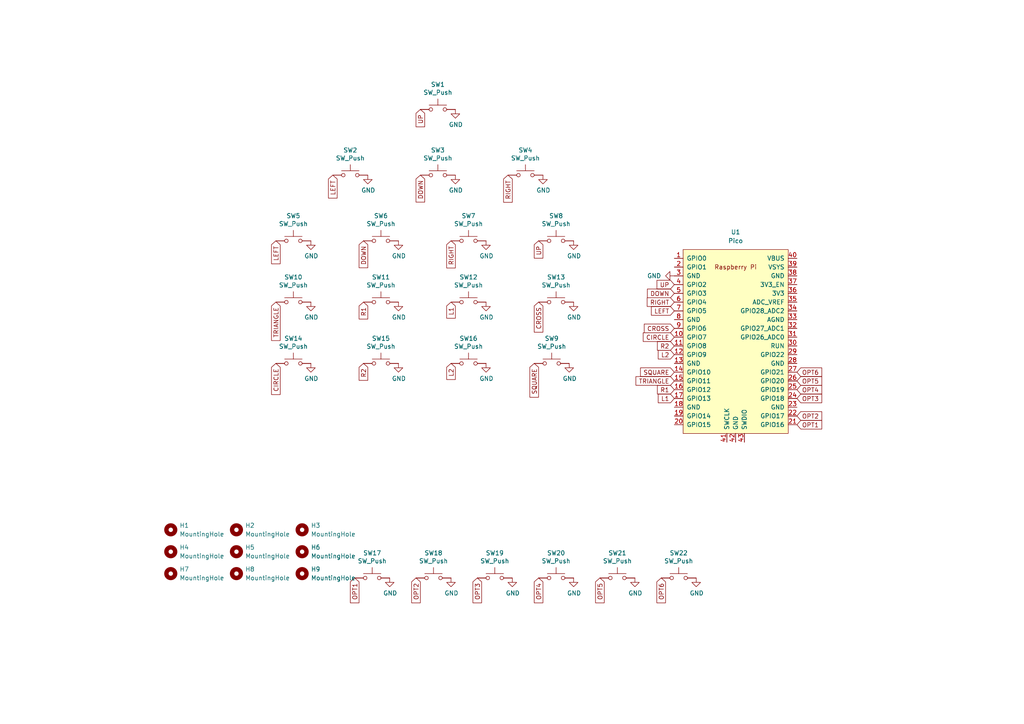
<source format=kicad_sch>
(kicad_sch (version 20211123) (generator eeschema)
  (paper "A4")
  (lib_symbols
    (symbol "MCU_RaspberryPi_and_Boards:Pico" (pin_names (offset 1.016))
      (property "Reference" "U" (at -13.97 27.94 0))
      (property "Value" "Pico" (at 0 19.05 0))
      (symbol "Pico_0_0"
        (text "Raspberry Pi" (at 0 21.59 0) (effects (font (size 1.27 1.27))))
      )
      (symbol "Pico_0_1"
        (rectangle (start -15.24 26.67) (end 15.24 -26.67) (fill (type background)))
      )
      (symbol "Pico_1_1"
        (pin bidirectional line (at -17.78 24.13 0) (length 2.54) (name "GPIO0") (number "1"))
        (pin bidirectional line (at -17.78 1.27 0) (length 2.54) (name "GPIO7") (number "10"))
        (pin bidirectional line (at -17.78 -1.27 0) (length 2.54) (name "GPIO8") (number "11"))
        (pin bidirectional line (at -17.78 -3.81 0) (length 2.54) (name "GPIO9") (number "12"))
        (pin power_in line (at -17.78 -6.35 0) (length 2.54) (name "GND") (number "13"))
        (pin bidirectional line (at -17.78 -8.89 0) (length 2.54) (name "GPIO10") (number "14"))
        (pin bidirectional line (at -17.78 -11.43 0) (length 2.54) (name "GPIO11") (number "15"))
        (pin bidirectional line (at -17.78 -13.97 0) (length 2.54) (name "GPIO12") (number "16"))
        (pin bidirectional line (at -17.78 -16.51 0) (length 2.54) (name "GPIO13") (number "17"))
        (pin power_in line (at -17.78 -19.05 0) (length 2.54) (name "GND") (number "18"))
        (pin bidirectional line (at -17.78 -21.59 0) (length 2.54) (name "GPIO14") (number "19"))
        (pin bidirectional line (at -17.78 21.59 0) (length 2.54) (name "GPIO1") (number "2"))
        (pin bidirectional line (at -17.78 -24.13 0) (length 2.54) (name "GPIO15") (number "20"))
        (pin bidirectional line (at 17.78 -24.13 180) (length 2.54) (name "GPIO16") (number "21"))
        (pin bidirectional line (at 17.78 -21.59 180) (length 2.54) (name "GPIO17") (number "22"))
        (pin power_in line (at 17.78 -19.05 180) (length 2.54) (name "GND") (number "23"))
        (pin bidirectional line (at 17.78 -16.51 180) (length 2.54) (name "GPIO18") (number "24"))
        (pin bidirectional line (at 17.78 -13.97 180) (length 2.54) (name "GPIO19") (number "25"))
        (pin bidirectional line (at 17.78 -11.43 180) (length 2.54) (name "GPIO20") (number "26"))
        (pin bidirectional line (at 17.78 -8.89 180) (length 2.54) (name "GPIO21") (number "27"))
        (pin power_in line (at 17.78 -6.35 180) (length 2.54) (name "GND") (number "28"))
        (pin bidirectional line (at 17.78 -3.81 180) (length 2.54) (name "GPIO22") (number "29"))
        (pin power_in line (at -17.78 19.05 0) (length 2.54) (name "GND") (number "3"))
        (pin input line (at 17.78 -1.27 180) (length 2.54) (name "RUN") (number "30"))
        (pin bidirectional line (at 17.78 1.27 180) (length 2.54) (name "GPIO26_ADC0") (number "31"))
        (pin bidirectional line (at 17.78 3.81 180) (length 2.54) (name "GPIO27_ADC1") (number "32"))
        (pin power_in line (at 17.78 6.35 180) (length 2.54) (name "AGND") (number "33"))
        (pin bidirectional line (at 17.78 8.89 180) (length 2.54) (name "GPIO28_ADC2") (number "34"))
        (pin unspecified line (at 17.78 11.43 180) (length 2.54) (name "ADC_VREF") (number "35"))
        (pin unspecified line (at 17.78 13.97 180) (length 2.54) (name "3V3") (number "36"))
        (pin input line (at 17.78 16.51 180) (length 2.54) (name "3V3_EN") (number "37"))
        (pin bidirectional line (at 17.78 19.05 180) (length 2.54) (name "GND") (number "38"))
        (pin unspecified line (at 17.78 21.59 180) (length 2.54) (name "VSYS") (number "39"))
        (pin bidirectional line (at -17.78 16.51 0) (length 2.54) (name "GPIO2") (number "4"))
        (pin unspecified line (at 17.78 24.13 180) (length 2.54) (name "VBUS") (number "40"))
        (pin input line (at -2.54 -29.21 90) (length 2.54) (name "SWCLK") (number "41"))
        (pin power_in line (at 0 -29.21 90) (length 2.54) (name "GND") (number "42"))
        (pin bidirectional line (at 2.54 -29.21 90) (length 2.54) (name "SWDIO") (number "43"))
        (pin bidirectional line (at -17.78 13.97 0) (length 2.54) (name "GPIO3") (number "5"))
        (pin bidirectional line (at -17.78 11.43 0) (length 2.54) (name "GPIO4") (number "6"))
        (pin bidirectional line (at -17.78 8.89 0) (length 2.54) (name "GPIO5") (number "7"))
        (pin power_in line (at -17.78 6.35 0) (length 2.54) (name "GND") (number "8"))
        (pin bidirectional line (at -17.78 3.81 0) (length 2.54) (name "GPIO6") (number "9"))
      )
    )
    (symbol "Mechanical:MountingHole" (pin_names (offset 1.016))
      (property "Reference" "H" (at 0 5.08 0))
      (property "Value" "MountingHole" (at 0 3.175 0))
      (symbol "MountingHole_0_1"
        (circle (center 0 0) (radius 1.27) (stroke (width 1.27)))
      )
    )
    (symbol "Switch:SW_Push" (pin_numbers hide) (pin_names (offset 1.016) hide)
      (property "Reference" "SW" (at 1.27 2.54 0))
      (property "Value" "SW_Push" (at 0 -1.524 0))
      (symbol "SW_Push_0_1"
        (circle (center -2.032 0) (radius 0.508))
        (polyline (pts (xy 0 1.27) (xy 0 3.048)))
        (polyline (pts (xy 2.54 1.27) (xy -2.54 1.27)))
        (circle (center 2.032 0) (radius 0.508))
        (pin passive line (at -5.08 0 0) (length 2.54) (name "1") (number "1"))
        (pin passive line (at 5.08 0 180) (length 2.54) (name "2") (number "2"))
      )
    )
    (symbol "power:GND" (power) (pin_names (offset 0))
      (property "Value" "GND" (at 0 -3.81 0))
      (symbol "GND_0_1"
        (polyline (pts (xy 0 0) (xy 0 -1.27) (xy 1.27 -1.27) (xy 0 -2.54) (xy -1.27 -1.27) (xy 0 -1.27)))
      )
      (symbol "GND_1_1"
        (pin power_in line (at 0 0 270) (length 0) hide (name "GND") (number "1"))
      )
    )
  )
  (global_label "L2" (shape input) (at 130.81 105.41 270) (property "Intersheet References" "${INTERSHEET_REFS}" (effects hide)))
  (global_label "OPT3" (shape input) (at 138.43 167.64 270) (property "Intersheet References" "${INTERSHEET_REFS}" (effects hide)))
  (global_label "SQUARE" (shape input) (at 154.94 105.41 270) (property "Intersheet References" "${INTERSHEET_REFS}" (effects hide)))
  (global_label "L1" (shape input) (at 130.81 87.63 270) (property "Intersheet References" "${INTERSHEET_REFS}" (effects hide)))
  (global_label "OPT2" (shape input) (at 120.65 167.64 270) (property "Intersheet References" "${INTERSHEET_REFS}" (effects hide)))
  (global_label "DOWN" (shape input) (at 195.58 85.09 180) (property "Intersheet References" "${INTERSHEET_REFS}" (effects hide)))
  (global_label "R1" (shape input) (at 105.41 87.63 270) (property "Intersheet References" "${INTERSHEET_REFS}" (effects hide)))
  (global_label "OPT1" (shape input) (at 102.87 167.64 270) (property "Intersheet References" "${INTERSHEET_REFS}" (effects hide)))
  (global_label "OPT4" (shape input) (at 231.14 113.03 0) (property "Intersheet References" "${INTERSHEET_REFS}" (effects hide)))
  (global_label "OPT6" (shape input) (at 191.77 167.64 270) (property "Intersheet References" "${INTERSHEET_REFS}" (effects hide)))
  (global_label "CIRCLE" (shape input) (at 195.58 97.79 180) (property "Intersheet References" "${INTERSHEET_REFS}" (effects hide)))
  (global_label "CROSS" (shape input) (at 195.58 95.25 180) (property "Intersheet References" "${INTERSHEET_REFS}" (effects hide)))
  (global_label "RIGHT" (shape input) (at 147.32 50.8 270) (property "Intersheet References" "${INTERSHEET_REFS}" (effects hide)))
  (global_label "CROSS" (shape input) (at 156.21 87.63 270) (property "Intersheet References" "${INTERSHEET_REFS}" (effects hide)))
  (global_label "RIGHT" (shape input) (at 130.81 69.85 270) (property "Intersheet References" "${INTERSHEET_REFS}" (effects hide)))
  (global_label "UP" (shape input) (at 121.92 31.75 270) (property "Intersheet References" "${INTERSHEET_REFS}" (effects hide)))
  (global_label "L1" (shape input) (at 195.58 115.57 180) (property "Intersheet References" "${INTERSHEET_REFS}" (effects hide)))
  (global_label "LEFT" (shape input) (at 195.58 90.17 180) (property "Intersheet References" "${INTERSHEET_REFS}" (effects hide)))
  (global_label "LEFT" (shape input) (at 80.01 69.85 270) (property "Intersheet References" "${INTERSHEET_REFS}" (effects hide)))
  (global_label "OPT6" (shape input) (at 231.14 107.95 0) (property "Intersheet References" "${INTERSHEET_REFS}" (effects hide)))
  (global_label "LEFT" (shape input) (at 96.52 50.8 270) (property "Intersheet References" "${INTERSHEET_REFS}" (effects hide)))
  (global_label "DOWN" (shape input) (at 105.41 69.85 270) (property "Intersheet References" "${INTERSHEET_REFS}" (effects hide)))
  (global_label "OPT5" (shape input) (at 173.99 167.64 270) (property "Intersheet References" "${INTERSHEET_REFS}" (effects hide)))
  (global_label "TRIANGLE" (shape input) (at 195.58 110.49 180) (property "Intersheet References" "${INTERSHEET_REFS}" (effects hide)))
  (global_label "R1" (shape input) (at 195.58 113.03 180) (property "Intersheet References" "${INTERSHEET_REFS}" (effects hide)))
  (global_label "UP" (shape input) (at 156.21 69.85 270) (property "Intersheet References" "${INTERSHEET_REFS}" (effects hide)))
  (global_label "RIGHT" (shape input) (at 195.58 87.63 180) (property "Intersheet References" "${INTERSHEET_REFS}" (effects hide)))
  (global_label "L2" (shape input) (at 195.58 102.87 180) (property "Intersheet References" "${INTERSHEET_REFS}" (effects hide)))
  (global_label "CIRCLE" (shape input) (at 80.01 105.41 270) (property "Intersheet References" "${INTERSHEET_REFS}" (effects hide)))
  (global_label "OPT1" (shape input) (at 231.14 123.19 0) (property "Intersheet References" "${INTERSHEET_REFS}" (effects hide)))
  (global_label "TRIANGLE" (shape input) (at 80.01 87.63 270) (property "Intersheet References" "${INTERSHEET_REFS}" (effects hide)))
  (global_label "DOWN" (shape input) (at 121.92 50.8 270) (property "Intersheet References" "${INTERSHEET_REFS}" (effects hide)))
  (global_label "OPT5" (shape input) (at 231.14 110.49 0) (property "Intersheet References" "${INTERSHEET_REFS}" (effects hide)))
  (global_label "OPT2" (shape input) (at 231.14 120.65 0) (property "Intersheet References" "${INTERSHEET_REFS}" (effects hide)))
  (global_label "OPT4" (shape input) (at 156.21 167.64 270) (property "Intersheet References" "${INTERSHEET_REFS}" (effects hide)))
  (global_label "R2" (shape input) (at 105.41 105.41 270) (property "Intersheet References" "${INTERSHEET_REFS}" (effects hide)))
  (global_label "UP" (shape input) (at 195.58 82.55 180) (property "Intersheet References" "${INTERSHEET_REFS}" (effects hide)))
  (global_label "OPT3" (shape input) (at 231.14 115.57 0) (property "Intersheet References" "${INTERSHEET_REFS}" (effects hide)))
  (global_label "R2" (shape input) (at 195.58 100.33 180) (property "Intersheet References" "${INTERSHEET_REFS}" (effects hide)))
  (global_label "SQUARE" (shape input) (at 195.58 107.95 180) (property "Intersheet References" "${INTERSHEET_REFS}" (effects hide)))
  (symbol (lib_id "Switch:SW_Push") (at 143.51 167.64 0) (unit 1)
    (property "Reference" "SW19" (at 143.51 160.401 0))
    (property "Value" "SW_Push" (at 143.51 162.7124 0))
    (property "Footprint" "Button_Switch_THT:SW_PUSH_6mm_H5mm" (effects hide))
  )
  (symbol (lib_id "Switch:SW_Push") (at 110.49 87.63 0) (unit 1)
    (property "Reference" "SW11" (at 110.49 80.391 0))
    (property "Value" "SW_Push" (at 110.49 82.7024 0))
    (property "Footprint" "kbd:CherryMX_Choc_Hotswap" (effects hide))
  )
  (symbol (lib_id "power:GND") (at 184.15 167.64 0) (unit 1)
    (property "Reference" "#PWR0116" (effects hide))
    (property "Value" "GND" (at 184.277 172.0342 0))
  )
  (symbol (lib_id "Mechanical:MountingHole") (at 49.53 166.37 0) (unit 1)
    (property "Reference" "H7" (at 52.07 165.0999 0) (effects (justify left)))
    (property "Value" "MountingHole" (at 52.07 167.6399 0) (effects (justify left)))
    (property "Footprint" "MountingHole:MountingHole_6.4mm_M6" (effects hide))
  )
  (symbol (lib_id "Switch:SW_Push") (at 135.89 105.41 0) (unit 1)
    (property "Reference" "SW16" (at 135.89 98.171 0))
    (property "Value" "SW_Push" (at 135.89 100.4824 0))
    (property "Footprint" "kbd:CherryMX_Choc_Hotswap" (effects hide))
  )
  (symbol (lib_id "Switch:SW_Push") (at 127 31.75 0) (unit 1)
    (property "Reference" "SW1" (at 127 24.511 0))
    (property "Value" "SW_Push" (at 127 26.8224 0))
    (property "Footprint" "kbd:CherryMX_Choc_Hotswap" (effects hide))
  )
  (symbol (lib_id "Switch:SW_Push") (at 161.29 69.85 0) (unit 1)
    (property "Reference" "SW8" (at 161.29 62.611 0))
    (property "Value" "SW_Push" (at 161.29 64.9224 0))
    (property "Footprint" "kbd:CherryMX_Choc_Hotswap" (effects hide))
  )
  (symbol (lib_id "Switch:SW_Push") (at 85.09 69.85 0) (unit 1)
    (property "Reference" "SW5" (at 85.09 62.611 0))
    (property "Value" "SW_Push" (at 85.09 64.9224 0))
    (property "Footprint" "kbd:CherryMX_Choc_Hotswap" (effects hide))
  )
  (symbol (lib_id "power:GND") (at 166.37 69.85 0) (unit 1)
    (property "Reference" "#PWR0112" (effects hide))
    (property "Value" "GND" (at 166.497 74.2442 0))
  )
  (symbol (lib_id "Switch:SW_Push") (at 196.85 167.64 0) (unit 1)
    (property "Reference" "SW22" (at 196.85 160.401 0))
    (property "Value" "SW_Push" (at 196.85 162.7124 0))
    (property "Footprint" "Button_Switch_THT:SW_PUSH_6mm_H5mm" (effects hide))
  )
  (symbol (lib_id "power:GND") (at 130.81 167.64 0) (unit 1)
    (property "Reference" "#PWR0117" (effects hide))
    (property "Value" "GND" (at 130.937 172.0342 0))
  )
  (symbol (lib_id "Switch:SW_Push") (at 161.29 167.64 0) (unit 1)
    (property "Reference" "SW20" (at 161.29 160.401 0))
    (property "Value" "SW_Push" (at 161.29 162.7124 0))
    (property "Footprint" "Button_Switch_THT:SW_PUSH_6mm_H5mm" (effects hide))
  )
  (symbol (lib_id "power:GND") (at 148.59 167.64 0) (unit 1)
    (property "Reference" "#PWR0118" (effects hide))
    (property "Value" "GND" (at 148.717 172.0342 0))
  )
  (symbol (lib_id "power:GND") (at 140.97 105.41 0) (unit 1)
    (property "Reference" "#PWR0123" (effects hide))
    (property "Value" "GND" (at 141.097 109.8042 0))
  )
  (symbol (lib_id "Switch:SW_Push") (at 161.29 87.63 0) (unit 1)
    (property "Reference" "SW13" (at 161.29 80.391 0))
    (property "Value" "SW_Push" (at 161.29 82.7024 0))
    (property "Footprint" "kbd:CherryMX_Choc_Hotswap" (effects hide))
  )
  (symbol (lib_id "power:GND") (at 166.37 87.63 0) (unit 1)
    (property "Reference" "#PWR0108" (effects hide))
    (property "Value" "GND" (at 166.497 92.0242 0))
  )
  (symbol (lib_id "power:GND") (at 115.57 87.63 0) (unit 1)
    (property "Reference" "#PWR0109" (effects hide))
    (property "Value" "GND" (at 115.697 92.0242 0))
  )
  (symbol (lib_id "power:GND") (at 195.58 80.01 270) (unit 1)
    (property "Reference" "#PWR0113" (effects hide))
    (property "Value" "GND" (at 191.77 80.0099 90) (effects (justify right)))
  )
  (symbol (lib_id "power:GND") (at 90.17 69.85 0) (unit 1)
    (property "Reference" "#PWR0101" (effects hide))
    (property "Value" "GND" (at 90.297 74.2442 0))
  )
  (symbol (lib_id "power:GND") (at 113.03 167.64 0) (unit 1)
    (property "Reference" "#PWR0121" (effects hide))
    (property "Value" "GND" (at 113.157 172.0342 0))
  )
  (symbol (lib_id "power:GND") (at 132.08 31.75 0) (unit 1)
    (property "Reference" "#PWR0111" (effects hide))
    (property "Value" "GND" (at 132.207 36.1442 0))
  )
  (symbol (lib_id "Mechanical:MountingHole") (at 87.63 166.37 0) (unit 1)
    (property "Reference" "H9" (at 90.17 165.0999 0) (effects (justify left)))
    (property "Value" "MountingHole" (at 90.17 167.6399 0) (effects (justify left)))
    (property "Footprint" "MountingHole:MountingHole_6.4mm_M6" (effects hide))
  )
  (symbol (lib_id "power:GND") (at 166.37 167.64 0) (unit 1)
    (property "Reference" "#PWR0114" (effects hide))
    (property "Value" "GND" (at 166.497 172.0342 0))
  )
  (symbol (lib_id "Switch:SW_Push") (at 160.02 105.41 0) (unit 1)
    (property "Reference" "SW9" (at 160.02 98.171 0))
    (property "Value" "SW_Push" (at 160.02 100.4824 0))
    (property "Footprint" "kbd:CherryMX_Choc_Hotswap" (effects hide))
  )
  (symbol (lib_id "Mechanical:MountingHole") (at 49.53 153.67 0) (unit 1)
    (property "Reference" "H1" (at 52.07 152.3999 0) (effects (justify left)))
    (property "Value" "MountingHole" (at 52.07 154.9399 0) (effects (justify left)))
    (property "Footprint" "MountingHole:MountingHole_6.4mm_M6" (effects hide))
  )
  (symbol (lib_id "Mechanical:MountingHole") (at 87.63 160.02 0) (unit 1)
    (property "Reference" "H6" (at 90.17 158.7499 0) (effects (justify left)))
    (property "Value" "MountingHole" (at 90.17 161.2899 0) (effects (justify left)))
    (property "Footprint" "MountingHole:MountingHole_6.4mm_M6" (effects hide))
  )
  (symbol (lib_id "power:GND") (at 115.57 105.41 0) (unit 1)
    (property "Reference" "#PWR0122" (effects hide))
    (property "Value" "GND" (at 115.697 109.8042 0))
  )
  (symbol (lib_id "Switch:SW_Push") (at 152.4 50.8 0) (unit 1)
    (property "Reference" "SW4" (at 152.4 43.561 0))
    (property "Value" "SW_Push" (at 152.4 45.8724 0))
    (property "Footprint" "kbd:CherryMX_Choc_Hotswap" (effects hide))
  )
  (symbol (lib_id "Switch:SW_Push") (at 110.49 69.85 0) (unit 1)
    (property "Reference" "SW6" (at 110.49 62.611 0))
    (property "Value" "SW_Push" (at 110.49 64.9224 0))
    (property "Footprint" "kbd:CherryMX_Choc_Hotswap" (effects hide))
  )
  (symbol (lib_id "Mechanical:MountingHole") (at 87.63 153.67 0) (unit 1)
    (property "Reference" "H3" (at 90.17 152.3999 0) (effects (justify left)))
    (property "Value" "MountingHole" (at 90.17 154.9399 0) (effects (justify left)))
    (property "Footprint" "MountingHole:MountingHole_6.4mm_M6" (effects hide))
  )
  (symbol (lib_id "power:GND") (at 132.08 50.8 0) (unit 1)
    (property "Reference" "#PWR0110" (effects hide))
    (property "Value" "GND" (at 132.207 55.1942 0))
  )
  (symbol (lib_id "power:GND") (at 90.17 87.63 0) (unit 1)
    (property "Reference" "#PWR0120" (effects hide))
    (property "Value" "GND" (at 90.297 92.0242 0))
  )
  (symbol (lib_id "power:GND") (at 157.48 50.8 0) (unit 1)
    (property "Reference" "#PWR0106" (effects hide))
    (property "Value" "GND" (at 157.607 55.1942 0))
  )
  (symbol (lib_id "power:GND") (at 90.17 105.41 0) (unit 1)
    (property "Reference" "#PWR0119" (effects hide))
    (property "Value" "GND" (at 90.297 109.8042 0))
  )
  (symbol (lib_id "Switch:SW_Push") (at 127 50.8 0) (unit 1)
    (property "Reference" "SW3" (at 127 43.561 0))
    (property "Value" "SW_Push" (at 127 45.8724 0))
    (property "Footprint" "kbd:CherryMX_Choc_Hotswap" (effects hide))
  )
  (symbol (lib_id "Switch:SW_Push") (at 107.95 167.64 0) (unit 1)
    (property "Reference" "SW17" (at 107.95 160.401 0))
    (property "Value" "SW_Push" (at 107.95 162.7124 0))
    (property "Footprint" "Button_Switch_THT:SW_PUSH_6mm_H5mm" (effects hide))
  )
  (symbol (lib_id "Mechanical:MountingHole") (at 49.53 160.02 0) (unit 1)
    (property "Reference" "H4" (at 52.07 158.7499 0) (effects (justify left)))
    (property "Value" "MountingHole" (at 52.07 161.2899 0) (effects (justify left)))
    (property "Footprint" "MountingHole:MountingHole_6.4mm_M6" (effects hide))
  )
  (symbol (lib_id "Switch:SW_Push") (at 85.09 105.41 0) (unit 1)
    (property "Reference" "SW14" (at 85.09 98.171 0))
    (property "Value" "SW_Push" (at 85.09 100.4824 0))
    (property "Footprint" "kbd:CherryMX_Choc_Hotswap" (effects hide))
  )
  (symbol (lib_id "Switch:SW_Push") (at 135.89 87.63 0) (unit 1)
    (property "Reference" "SW12" (at 135.89 80.391 0))
    (property "Value" "SW_Push" (at 135.89 82.7024 0))
    (property "Footprint" "kbd:CherryMX_Choc_Hotswap" (effects hide))
  )
  (symbol (lib_id "Switch:SW_Push") (at 85.09 87.63 0) (unit 1)
    (property "Reference" "SW10" (at 85.09 80.391 0))
    (property "Value" "SW_Push" (at 85.09 82.7024 0))
    (property "Footprint" "kbd:CherryMX_Choc_Hotswap" (effects hide))
  )
  (symbol (lib_id "Switch:SW_Push") (at 110.49 105.41 0) (unit 1)
    (property "Reference" "SW15" (at 110.49 98.171 0))
    (property "Value" "SW_Push" (at 110.49 100.4824 0))
    (property "Footprint" "kbd:CherryMX_Choc_Hotswap" (effects hide))
  )
  (symbol (lib_id "Mechanical:MountingHole") (at 68.58 153.67 0) (unit 1)
    (property "Reference" "H2" (at 71.12 152.3999 0) (effects (justify left)))
    (property "Value" "MountingHole" (at 71.12 154.9399 0) (effects (justify left)))
    (property "Footprint" "MountingHole:MountingHole_6.4mm_M6" (effects hide))
  )
  (symbol (lib_id "Switch:SW_Push") (at 101.6 50.8 0) (unit 1)
    (property "Reference" "SW2" (at 101.6 43.561 0))
    (property "Value" "SW_Push" (at 101.6 45.8724 0))
    (property "Footprint" "kbd:CherryMX_Choc_Hotswap" (effects hide))
  )
  (symbol (lib_id "Mechanical:MountingHole") (at 68.58 166.37 0) (unit 1)
    (property "Reference" "H8" (at 71.12 165.0999 0) (effects (justify left)))
    (property "Value" "MountingHole" (at 71.12 167.6399 0) (effects (justify left)))
    (property "Footprint" "MountingHole:MountingHole_6.4mm_M6" (effects hide))
  )
  (symbol (lib_id "power:GND") (at 140.97 87.63 0) (unit 1)
    (property "Reference" "#PWR0102" (effects hide))
    (property "Value" "GND" (at 141.097 92.0242 0))
  )
  (symbol (lib_id "power:GND") (at 165.1 105.41 0) (unit 1)
    (property "Reference" "#PWR0107" (effects hide))
    (property "Value" "GND" (at 165.227 109.8042 0))
  )
  (symbol (lib_id "power:GND") (at 140.97 69.85 0) (unit 1)
    (property "Reference" "#PWR0103" (effects hide))
    (property "Value" "GND" (at 141.097 74.2442 0))
  )
  (symbol (lib_id "Switch:SW_Push") (at 179.07 167.64 0) (unit 1)
    (property "Reference" "SW21" (at 179.07 160.401 0))
    (property "Value" "SW_Push" (at 179.07 162.7124 0))
    (property "Footprint" "Button_Switch_THT:SW_PUSH_6mm_H5mm" (effects hide))
  )
  (symbol (lib_id "MCU_RaspberryPi_and_Boards:Pico") (at 213.36 99.06 0) (unit 1)
    (property "Reference" "U1" (at 213.36 67.31 0))
    (property "Value" "Pico" (at 213.36 69.85 0))
    (property "Footprint" "MCU_RaspberryPi_and_Boards:RPi_Pico_SMD_TH" (effects hide))
  )
  (symbol (lib_id "Switch:SW_Push") (at 135.89 69.85 0) (unit 1)
    (property "Reference" "SW7" (at 135.89 62.611 0))
    (property "Value" "SW_Push" (at 135.89 64.9224 0))
    (property "Footprint" "kbd:CherryMX_Choc_Hotswap" (effects hide))
  )
  (symbol (lib_id "Mechanical:MountingHole") (at 68.58 160.02 0) (unit 1)
    (property "Reference" "H5" (at 71.12 158.7499 0) (effects (justify left)))
    (property "Value" "MountingHole" (at 71.12 161.2899 0) (effects (justify left)))
    (property "Footprint" "MountingHole:MountingHole_6.4mm_M6" (effects hide))
  )
  (symbol (lib_id "Switch:SW_Push") (at 125.73 167.64 0) (unit 1)
    (property "Reference" "SW18" (at 125.73 160.401 0))
    (property "Value" "SW_Push" (at 125.73 162.7124 0))
    (property "Footprint" "Button_Switch_THT:SW_PUSH_6mm_H5mm" (effects hide))
  )
  (symbol (lib_id "power:GND") (at 106.68 50.8 0) (unit 1)
    (property "Reference" "#PWR0105" (effects hide))
    (property "Value" "GND" (at 106.807 55.1942 0))
  )
  (symbol (lib_id "power:GND") (at 115.57 69.85 0) (unit 1)
    (property "Reference" "#PWR0104" (effects hide))
    (property "Value" "GND" (at 115.697 74.2442 0))
  )
  (symbol (lib_id "power:GND") (at 201.93 167.64 0) (unit 1)
    (property "Reference" "#PWR0115" (effects hide))
    (property "Value" "GND" (at 202.057 172.0342 0))
  )
)
</source>
